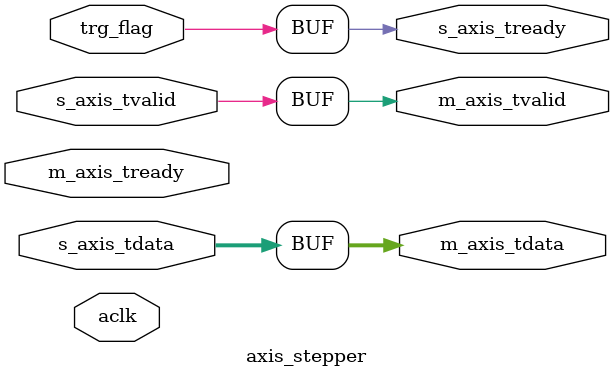
<source format=v>

`timescale 1 ns / 1 ps

module axis_stepper #
(
  parameter integer AXIS_TDATA_WIDTH = 32
)
(
  // System signals
  input  wire                        aclk,

  input  wire                        trg_flag,

  // Slave side
  output wire                        s_axis_tready,
  input  wire [AXIS_TDATA_WIDTH-1:0] s_axis_tdata,
  input  wire                        s_axis_tvalid,

  // Master side
  input  wire                        m_axis_tready,
  output wire [AXIS_TDATA_WIDTH-1:0] m_axis_tdata,
  output wire                        m_axis_tvalid
);

  assign s_axis_tready = trg_flag;
  assign m_axis_tdata = s_axis_tdata;
  assign m_axis_tvalid = s_axis_tvalid;

endmodule

</source>
